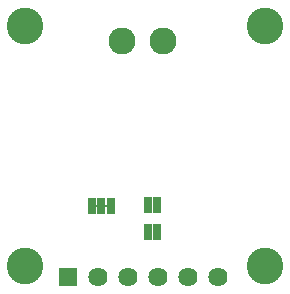
<source format=gbr>
G04 EAGLE Gerber RS-274X export*
G75*
%MOMM*%
%FSLAX34Y34*%
%LPD*%
%AMOC8*
5,1,8,0,0,1.08239X$1,22.5*%
G01*
%ADD10C,3.101600*%
%ADD11C,2.286000*%
%ADD12R,0.736600X1.371600*%
%ADD13C,0.203200*%
%ADD14R,1.625600X1.625600*%
%ADD15C,1.625600*%


D10*
X25000Y25000D03*
X228200Y25000D03*
X25000Y228200D03*
X228200Y228200D03*
D11*
X107000Y215500D03*
X142000Y215500D03*
D12*
X97536Y75692D03*
X89408Y75692D03*
X81280Y75692D03*
D13*
X80518Y75692D02*
X98044Y75692D01*
D12*
X136652Y76200D03*
X128524Y76200D03*
X136906Y53848D03*
X128778Y53848D03*
D14*
X61500Y15000D03*
D15*
X86900Y15000D03*
X112300Y15000D03*
X137700Y15000D03*
X163100Y15000D03*
X188500Y15000D03*
M02*

</source>
